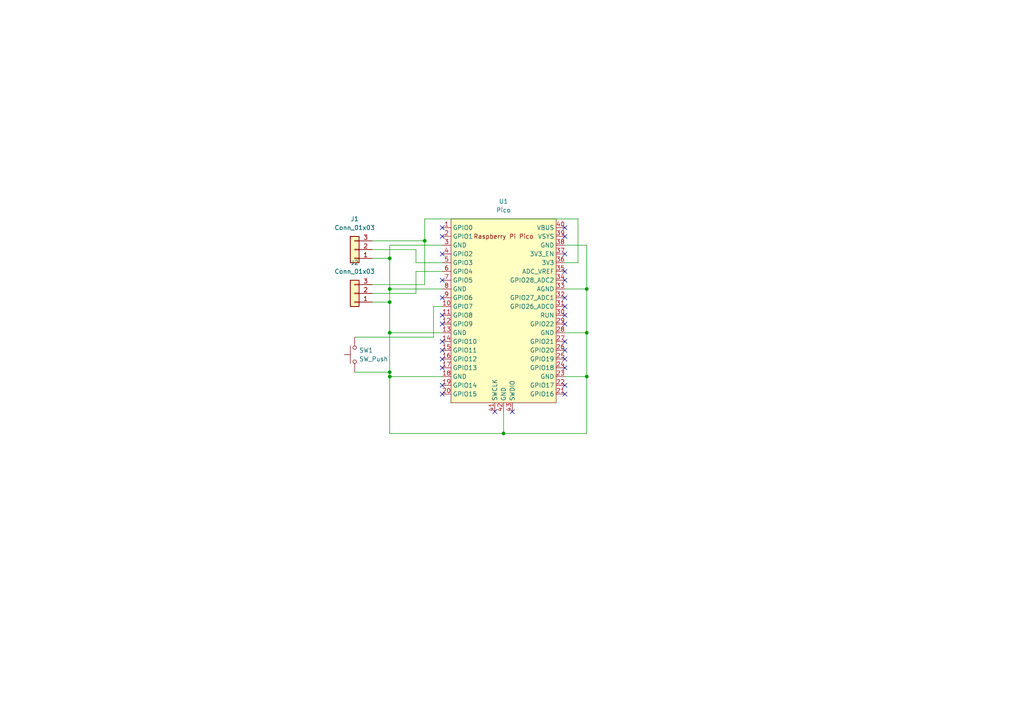
<source format=kicad_sch>
(kicad_sch (version 20211123) (generator eeschema)
  (paper "A4")
  (lib_symbols
    (symbol "Connector_Generic:Conn_01x03" (pin_names (offset 1.016) hide)
      (property "Reference" "J" (at 0 5.08 0))
      (property "Value" "Conn_01x03" (at 0 -5.08 0))
      (symbol "Conn_01x03_1_1"
        (rectangle (start -1.27 -2.413) (end 0 -2.667) (stroke (width 0.1524)))
        (rectangle (start -1.27 0.127) (end 0 -0.127) (stroke (width 0.1524)))
        (rectangle (start -1.27 2.667) (end 0 2.413) (stroke (width 0.1524)))
        (rectangle (start -1.27 3.81) (end 1.27 -3.81) (stroke (width 0.254)) (fill (type background)))
        (pin passive line (at -5.08 2.54 0) (length 3.81) (name "Pin_1") (number "1"))
        (pin passive line (at -5.08 0 0) (length 3.81) (name "Pin_2") (number "2"))
        (pin passive line (at -5.08 -2.54 0) (length 3.81) (name "Pin_3") (number "3"))
      )
    )
    (symbol "MCU_RaspberryPi_and_Boards:Pico"
      (property "Reference" "U" (at -13.97 27.94 0))
      (property "Value" "Pico" (at 0 19.05 0))
      (symbol "Pico_0_0"
        (text "Raspberry Pi Pico" (at 0 21.59 0) (effects (font (size 1.27 1.27))))
      )
      (symbol "Pico_0_1"
        (rectangle (start -15.24 26.67) (end 15.24 -26.67) (fill (type background)))
      )
      (symbol "Pico_1_1"
        (pin bidirectional line (at -17.78 24.13 0) (length 2.54) (name "GPIO0") (number "1"))
        (pin bidirectional line (at -17.78 1.27 0) (length 2.54) (name "GPIO7") (number "10"))
        (pin bidirectional line (at -17.78 -1.27 0) (length 2.54) (name "GPIO8") (number "11"))
        (pin bidirectional line (at -17.78 -3.81 0) (length 2.54) (name "GPIO9") (number "12"))
        (pin power_in line (at -17.78 -6.35 0) (length 2.54) (name "GND") (number "13"))
        (pin bidirectional line (at -17.78 -8.89 0) (length 2.54) (name "GPIO10") (number "14"))
        (pin bidirectional line (at -17.78 -11.43 0) (length 2.54) (name "GPIO11") (number "15"))
        (pin bidirectional line (at -17.78 -13.97 0) (length 2.54) (name "GPIO12") (number "16"))
        (pin bidirectional line (at -17.78 -16.51 0) (length 2.54) (name "GPIO13") (number "17"))
        (pin power_in line (at -17.78 -19.05 0) (length 2.54) (name "GND") (number "18"))
        (pin bidirectional line (at -17.78 -21.59 0) (length 2.54) (name "GPIO14") (number "19"))
        (pin bidirectional line (at -17.78 21.59 0) (length 2.54) (name "GPIO1") (number "2"))
        (pin bidirectional line (at -17.78 -24.13 0) (length 2.54) (name "GPIO15") (number "20"))
        (pin bidirectional line (at 17.78 -24.13 180) (length 2.54) (name "GPIO16") (number "21"))
        (pin bidirectional line (at 17.78 -21.59 180) (length 2.54) (name "GPIO17") (number "22"))
        (pin power_in line (at 17.78 -19.05 180) (length 2.54) (name "GND") (number "23"))
        (pin bidirectional line (at 17.78 -16.51 180) (length 2.54) (name "GPIO18") (number "24"))
        (pin bidirectional line (at 17.78 -13.97 180) (length 2.54) (name "GPIO19") (number "25"))
        (pin bidirectional line (at 17.78 -11.43 180) (length 2.54) (name "GPIO20") (number "26"))
        (pin bidirectional line (at 17.78 -8.89 180) (length 2.54) (name "GPIO21") (number "27"))
        (pin power_in line (at 17.78 -6.35 180) (length 2.54) (name "GND") (number "28"))
        (pin bidirectional line (at 17.78 -3.81 180) (length 2.54) (name "GPIO22") (number "29"))
        (pin power_in line (at -17.78 19.05 0) (length 2.54) (name "GND") (number "3"))
        (pin input line (at 17.78 -1.27 180) (length 2.54) (name "RUN") (number "30"))
        (pin bidirectional line (at 17.78 1.27 180) (length 2.54) (name "GPIO26_ADC0") (number "31"))
        (pin bidirectional line (at 17.78 3.81 180) (length 2.54) (name "GPIO27_ADC1") (number "32"))
        (pin power_in line (at 17.78 6.35 180) (length 2.54) (name "AGND") (number "33"))
        (pin bidirectional line (at 17.78 8.89 180) (length 2.54) (name "GPIO28_ADC2") (number "34"))
        (pin power_in line (at 17.78 11.43 180) (length 2.54) (name "ADC_VREF") (number "35"))
        (pin power_in line (at 17.78 13.97 180) (length 2.54) (name "3V3") (number "36"))
        (pin input line (at 17.78 16.51 180) (length 2.54) (name "3V3_EN") (number "37"))
        (pin bidirectional line (at 17.78 19.05 180) (length 2.54) (name "GND") (number "38"))
        (pin power_in line (at 17.78 21.59 180) (length 2.54) (name "VSYS") (number "39"))
        (pin bidirectional line (at -17.78 16.51 0) (length 2.54) (name "GPIO2") (number "4"))
        (pin power_in line (at 17.78 24.13 180) (length 2.54) (name "VBUS") (number "40"))
        (pin input line (at -2.54 -29.21 90) (length 2.54) (name "SWCLK") (number "41"))
        (pin power_in line (at 0 -29.21 90) (length 2.54) (name "GND") (number "42"))
        (pin bidirectional line (at 2.54 -29.21 90) (length 2.54) (name "SWDIO") (number "43"))
        (pin bidirectional line (at -17.78 13.97 0) (length 2.54) (name "GPIO3") (number "5"))
        (pin bidirectional line (at -17.78 11.43 0) (length 2.54) (name "GPIO4") (number "6"))
        (pin bidirectional line (at -17.78 8.89 0) (length 2.54) (name "GPIO5") (number "7"))
        (pin power_in line (at -17.78 6.35 0) (length 2.54) (name "GND") (number "8"))
        (pin bidirectional line (at -17.78 3.81 0) (length 2.54) (name "GPIO6") (number "9"))
      )
    )
    (symbol "Switch:SW_Push" (pin_numbers hide) (pin_names (offset 1.016) hide)
      (property "Reference" "SW" (at 1.27 2.54 0))
      (property "Value" "SW_Push" (at 0 -1.524 0))
      (symbol "SW_Push_0_1"
        (circle (center -2.032 0) (radius 0.508))
        (polyline (pts (xy 0 1.27) (xy 0 3.048)))
        (polyline (pts (xy 2.54 1.27) (xy -2.54 1.27)))
        (circle (center 2.032 0) (radius 0.508))
        (pin passive line (at -5.08 0 0) (length 2.54) (name "1") (number "1"))
        (pin passive line (at 5.08 0 180) (length 2.54) (name "2") (number "2"))
      )
    )
  )
  (junction (at 113.03 109.22))
  (junction (at 170.18 96.52))
  (junction (at 170.18 109.22))
  (junction (at 146.05 125.73))
  (junction (at 123.19 69.85))
  (junction (at 170.18 83.82))
  (junction (at 113.03 107.95))
  (junction (at 113.03 74.93))
  (junction (at 113.03 96.52))
  (junction (at 113.03 87.63))
  (junction (at 113.03 83.82))
  (no_connect (at 163.83 91.44))
  (no_connect (at 163.83 93.98))
  (no_connect (at 163.83 88.9))
  (no_connect (at 163.83 86.36))
  (no_connect (at 128.27 68.58))
  (no_connect (at 128.27 73.66))
  (no_connect (at 128.27 66.04))
  (no_connect (at 128.27 81.28))
  (no_connect (at 128.27 86.36))
  (no_connect (at 163.83 101.6))
  (no_connect (at 163.83 99.06))
  (no_connect (at 163.83 106.68))
  (no_connect (at 163.83 104.14))
  (no_connect (at 148.59 119.38))
  (no_connect (at 163.83 114.3))
  (no_connect (at 163.83 111.76))
  (no_connect (at 128.27 114.3))
  (no_connect (at 128.27 111.76))
  (no_connect (at 143.51 119.38))
  (no_connect (at 128.27 106.68))
  (no_connect (at 128.27 99.06))
  (no_connect (at 128.27 104.14))
  (no_connect (at 128.27 101.6))
  (no_connect (at 128.27 93.98))
  (no_connect (at 128.27 91.44))
  (no_connect (at 163.83 68.58))
  (no_connect (at 163.83 73.66))
  (no_connect (at 163.83 66.04))
  (no_connect (at 163.83 78.74))
  (no_connect (at 163.83 81.28))
  (wire (pts (xy 113.03 71.12) (xy 113.03 74.93)))
  (wire (pts (xy 113.03 83.82) (xy 128.27 83.82)))
  (wire (pts (xy 128.27 109.22) (xy 113.03 109.22)))
  (wire (pts (xy 170.18 96.52) (xy 170.18 109.22)))
  (wire (pts (xy 163.83 96.52) (xy 170.18 96.52)))
  (wire (pts (xy 170.18 125.73) (xy 146.05 125.73)))
  (wire (pts (xy 170.18 71.12) (xy 170.18 83.82)))
  (wire (pts (xy 146.05 125.73) (xy 113.03 125.73)))
  (wire (pts (xy 167.64 76.2) (xy 167.64 63.5)))
  (wire (pts (xy 120.65 72.39) (xy 120.65 76.2)))
  (wire (pts (xy 146.05 119.38) (xy 146.05 125.73)))
  (wire (pts (xy 113.03 96.52) (xy 113.03 107.95)))
  (wire (pts (xy 123.19 63.5) (xy 123.19 69.85)))
  (wire (pts (xy 163.83 83.82) (xy 170.18 83.82)))
  (wire (pts (xy 128.27 71.12) (xy 113.03 71.12)))
  (wire (pts (xy 107.95 69.85) (xy 123.19 69.85)))
  (wire (pts (xy 107.95 85.09) (xy 120.65 85.09)))
  (wire (pts (xy 170.18 83.82) (xy 170.18 96.52)))
  (wire (pts (xy 107.95 74.93) (xy 113.03 74.93)))
  (wire (pts (xy 120.65 78.74) (xy 128.27 78.74)))
  (wire (pts (xy 123.19 69.85) (xy 123.19 82.55)))
  (wire (pts (xy 120.65 78.74) (xy 120.65 85.09)))
  (wire (pts (xy 113.03 96.52) (xy 128.27 96.52)))
  (wire (pts (xy 120.65 76.2) (xy 128.27 76.2)))
  (wire (pts (xy 102.87 97.79) (xy 125.73 97.79)))
  (wire (pts (xy 107.95 87.63) (xy 113.03 87.63)))
  (wire (pts (xy 125.73 88.9) (xy 128.27 88.9)))
  (wire (pts (xy 163.83 109.22) (xy 170.18 109.22)))
  (wire (pts (xy 113.03 109.22) (xy 113.03 107.95)))
  (wire (pts (xy 113.03 87.63) (xy 113.03 96.52)))
  (wire (pts (xy 113.03 109.22) (xy 113.03 125.73)))
  (wire (pts (xy 163.83 71.12) (xy 170.18 71.12)))
  (wire (pts (xy 113.03 83.82) (xy 113.03 87.63)))
  (wire (pts (xy 170.18 109.22) (xy 170.18 125.73)))
  (wire (pts (xy 107.95 72.39) (xy 120.65 72.39)))
  (wire (pts (xy 163.83 76.2) (xy 167.64 76.2)))
  (wire (pts (xy 113.03 74.93) (xy 113.03 83.82)))
  (wire (pts (xy 107.95 82.55) (xy 123.19 82.55)))
  (wire (pts (xy 113.03 107.95) (xy 102.87 107.95)))
  (wire (pts (xy 167.64 63.5) (xy 123.19 63.5)))
  (wire (pts (xy 125.73 97.79) (xy 125.73 88.9)))
  (symbol (lib_id "Connector_Generic:Conn_01x03") (at 102.87 72.39 180) (unit 1)
    (property "Reference" "J1" (at 102.87 63.5 0))
    (property "Value" "Conn_01x03" (at 102.87 66.04 0))
    (property "Footprint" "Connector_JST:JST_EH_B3B-EH-A_1x03_P2.50mm_Vertical" (effects hide))
  )
  (symbol (lib_id "MCU_RaspberryPi_and_Boards:Pico") (at 146.05 90.17 0) (unit 1)
    (property "Reference" "U1" (at 146.05 58.42 0))
    (property "Value" "Pico" (at 146.05 60.96 0))
    (property "Footprint" "MCU_RaspberryPi_and_Boards:RPi_Pico_SMD_TH" (effects hide))
  )
  (symbol (lib_id "Switch:SW_Push") (at 102.87 102.87 90) (unit 1)
    (property "Reference" "SW1" (at 104.14 101.5999 90) (effects (justify right)))
    (property "Value" "SW_Push" (at 104.14 104.1399 90) (effects (justify right)))
    (property "Footprint" "Button_Switch_THT:KSA_Tactile_SPST" (effects hide))
  )
  (symbol (lib_id "Connector_Generic:Conn_01x03") (at 102.87 85.09 180) (unit 1)
    (property "Reference" "J2" (at 102.87 76.2 0))
    (property "Value" "Conn_01x03" (at 102.87 78.74 0))
    (property "Footprint" "Connector_JST:JST_EH_B3B-EH-A_1x03_P2.50mm_Vertical" (effects hide))
  )
)
</source>
